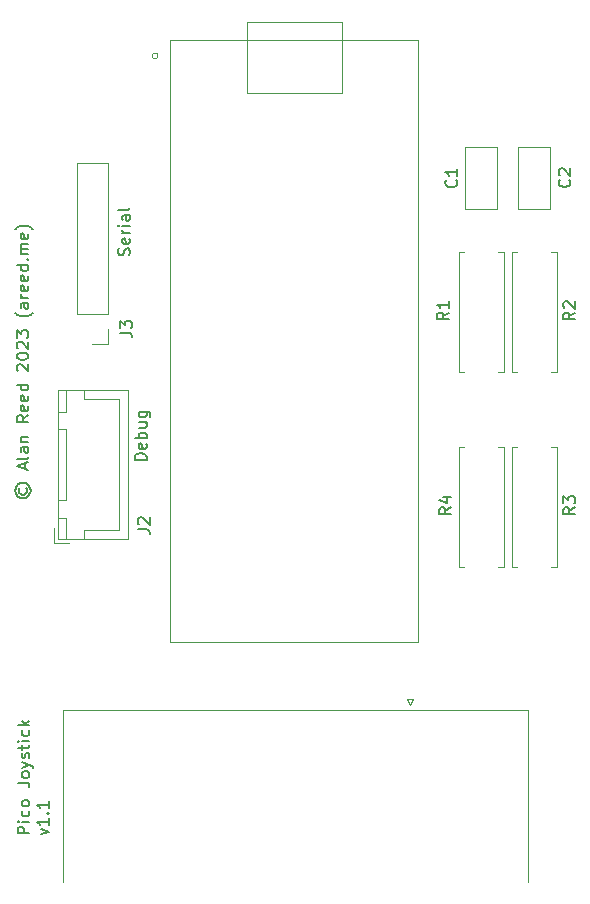
<source format=gbr>
%TF.GenerationSoftware,KiCad,Pcbnew,7.0.1*%
%TF.CreationDate,2023-05-02T22:09:15+01:00*%
%TF.ProjectId,pico-joystick,7069636f-2d6a-46f7-9973-7469636b2e6b,rev?*%
%TF.SameCoordinates,Original*%
%TF.FileFunction,Legend,Top*%
%TF.FilePolarity,Positive*%
%FSLAX46Y46*%
G04 Gerber Fmt 4.6, Leading zero omitted, Abs format (unit mm)*
G04 Created by KiCad (PCBNEW 7.0.1) date 2023-05-02 22:09:15*
%MOMM*%
%LPD*%
G01*
G04 APERTURE LIST*
%ADD10C,0.150000*%
%ADD11C,0.120000*%
%ADD12C,0.100000*%
G04 APERTURE END LIST*
D10*
X129015714Y-98752380D02*
X128968095Y-98847619D01*
X128968095Y-98847619D02*
X128968095Y-99038095D01*
X128968095Y-99038095D02*
X129015714Y-99133333D01*
X129015714Y-99133333D02*
X129110952Y-99228571D01*
X129110952Y-99228571D02*
X129206190Y-99276190D01*
X129206190Y-99276190D02*
X129396666Y-99276190D01*
X129396666Y-99276190D02*
X129491904Y-99228571D01*
X129491904Y-99228571D02*
X129587142Y-99133333D01*
X129587142Y-99133333D02*
X129634761Y-99038095D01*
X129634761Y-99038095D02*
X129634761Y-98847619D01*
X129634761Y-98847619D02*
X129587142Y-98752380D01*
X128634761Y-98942857D02*
X128682380Y-99180952D01*
X128682380Y-99180952D02*
X128825238Y-99419047D01*
X128825238Y-99419047D02*
X129063333Y-99561904D01*
X129063333Y-99561904D02*
X129301428Y-99609523D01*
X129301428Y-99609523D02*
X129539523Y-99561904D01*
X129539523Y-99561904D02*
X129777619Y-99419047D01*
X129777619Y-99419047D02*
X129920476Y-99180952D01*
X129920476Y-99180952D02*
X129968095Y-98942857D01*
X129968095Y-98942857D02*
X129920476Y-98704761D01*
X129920476Y-98704761D02*
X129777619Y-98466666D01*
X129777619Y-98466666D02*
X129539523Y-98323809D01*
X129539523Y-98323809D02*
X129301428Y-98276190D01*
X129301428Y-98276190D02*
X129063333Y-98323809D01*
X129063333Y-98323809D02*
X128825238Y-98466666D01*
X128825238Y-98466666D02*
X128682380Y-98704761D01*
X128682380Y-98704761D02*
X128634761Y-98942857D01*
X129491904Y-97133332D02*
X129491904Y-96657142D01*
X129777619Y-97228570D02*
X128777619Y-96895237D01*
X128777619Y-96895237D02*
X129777619Y-96561904D01*
X129777619Y-96085713D02*
X129730000Y-96180951D01*
X129730000Y-96180951D02*
X129634761Y-96228570D01*
X129634761Y-96228570D02*
X128777619Y-96228570D01*
X129777619Y-95276189D02*
X129253809Y-95276189D01*
X129253809Y-95276189D02*
X129158571Y-95323808D01*
X129158571Y-95323808D02*
X129110952Y-95419046D01*
X129110952Y-95419046D02*
X129110952Y-95609522D01*
X129110952Y-95609522D02*
X129158571Y-95704760D01*
X129730000Y-95276189D02*
X129777619Y-95371427D01*
X129777619Y-95371427D02*
X129777619Y-95609522D01*
X129777619Y-95609522D02*
X129730000Y-95704760D01*
X129730000Y-95704760D02*
X129634761Y-95752379D01*
X129634761Y-95752379D02*
X129539523Y-95752379D01*
X129539523Y-95752379D02*
X129444285Y-95704760D01*
X129444285Y-95704760D02*
X129396666Y-95609522D01*
X129396666Y-95609522D02*
X129396666Y-95371427D01*
X129396666Y-95371427D02*
X129349047Y-95276189D01*
X129110952Y-94799998D02*
X129777619Y-94799998D01*
X129206190Y-94799998D02*
X129158571Y-94752379D01*
X129158571Y-94752379D02*
X129110952Y-94657141D01*
X129110952Y-94657141D02*
X129110952Y-94514284D01*
X129110952Y-94514284D02*
X129158571Y-94419046D01*
X129158571Y-94419046D02*
X129253809Y-94371427D01*
X129253809Y-94371427D02*
X129777619Y-94371427D01*
X129777619Y-92561903D02*
X129301428Y-92895236D01*
X129777619Y-93133331D02*
X128777619Y-93133331D01*
X128777619Y-93133331D02*
X128777619Y-92752379D01*
X128777619Y-92752379D02*
X128825238Y-92657141D01*
X128825238Y-92657141D02*
X128872857Y-92609522D01*
X128872857Y-92609522D02*
X128968095Y-92561903D01*
X128968095Y-92561903D02*
X129110952Y-92561903D01*
X129110952Y-92561903D02*
X129206190Y-92609522D01*
X129206190Y-92609522D02*
X129253809Y-92657141D01*
X129253809Y-92657141D02*
X129301428Y-92752379D01*
X129301428Y-92752379D02*
X129301428Y-93133331D01*
X129730000Y-91752379D02*
X129777619Y-91847617D01*
X129777619Y-91847617D02*
X129777619Y-92038093D01*
X129777619Y-92038093D02*
X129730000Y-92133331D01*
X129730000Y-92133331D02*
X129634761Y-92180950D01*
X129634761Y-92180950D02*
X129253809Y-92180950D01*
X129253809Y-92180950D02*
X129158571Y-92133331D01*
X129158571Y-92133331D02*
X129110952Y-92038093D01*
X129110952Y-92038093D02*
X129110952Y-91847617D01*
X129110952Y-91847617D02*
X129158571Y-91752379D01*
X129158571Y-91752379D02*
X129253809Y-91704760D01*
X129253809Y-91704760D02*
X129349047Y-91704760D01*
X129349047Y-91704760D02*
X129444285Y-92180950D01*
X129730000Y-90895236D02*
X129777619Y-90990474D01*
X129777619Y-90990474D02*
X129777619Y-91180950D01*
X129777619Y-91180950D02*
X129730000Y-91276188D01*
X129730000Y-91276188D02*
X129634761Y-91323807D01*
X129634761Y-91323807D02*
X129253809Y-91323807D01*
X129253809Y-91323807D02*
X129158571Y-91276188D01*
X129158571Y-91276188D02*
X129110952Y-91180950D01*
X129110952Y-91180950D02*
X129110952Y-90990474D01*
X129110952Y-90990474D02*
X129158571Y-90895236D01*
X129158571Y-90895236D02*
X129253809Y-90847617D01*
X129253809Y-90847617D02*
X129349047Y-90847617D01*
X129349047Y-90847617D02*
X129444285Y-91323807D01*
X129777619Y-89990474D02*
X128777619Y-89990474D01*
X129730000Y-89990474D02*
X129777619Y-90085712D01*
X129777619Y-90085712D02*
X129777619Y-90276188D01*
X129777619Y-90276188D02*
X129730000Y-90371426D01*
X129730000Y-90371426D02*
X129682380Y-90419045D01*
X129682380Y-90419045D02*
X129587142Y-90466664D01*
X129587142Y-90466664D02*
X129301428Y-90466664D01*
X129301428Y-90466664D02*
X129206190Y-90419045D01*
X129206190Y-90419045D02*
X129158571Y-90371426D01*
X129158571Y-90371426D02*
X129110952Y-90276188D01*
X129110952Y-90276188D02*
X129110952Y-90085712D01*
X129110952Y-90085712D02*
X129158571Y-89990474D01*
X128872857Y-88799997D02*
X128825238Y-88752378D01*
X128825238Y-88752378D02*
X128777619Y-88657140D01*
X128777619Y-88657140D02*
X128777619Y-88419045D01*
X128777619Y-88419045D02*
X128825238Y-88323807D01*
X128825238Y-88323807D02*
X128872857Y-88276188D01*
X128872857Y-88276188D02*
X128968095Y-88228569D01*
X128968095Y-88228569D02*
X129063333Y-88228569D01*
X129063333Y-88228569D02*
X129206190Y-88276188D01*
X129206190Y-88276188D02*
X129777619Y-88847616D01*
X129777619Y-88847616D02*
X129777619Y-88228569D01*
X128777619Y-87609521D02*
X128777619Y-87514283D01*
X128777619Y-87514283D02*
X128825238Y-87419045D01*
X128825238Y-87419045D02*
X128872857Y-87371426D01*
X128872857Y-87371426D02*
X128968095Y-87323807D01*
X128968095Y-87323807D02*
X129158571Y-87276188D01*
X129158571Y-87276188D02*
X129396666Y-87276188D01*
X129396666Y-87276188D02*
X129587142Y-87323807D01*
X129587142Y-87323807D02*
X129682380Y-87371426D01*
X129682380Y-87371426D02*
X129730000Y-87419045D01*
X129730000Y-87419045D02*
X129777619Y-87514283D01*
X129777619Y-87514283D02*
X129777619Y-87609521D01*
X129777619Y-87609521D02*
X129730000Y-87704759D01*
X129730000Y-87704759D02*
X129682380Y-87752378D01*
X129682380Y-87752378D02*
X129587142Y-87799997D01*
X129587142Y-87799997D02*
X129396666Y-87847616D01*
X129396666Y-87847616D02*
X129158571Y-87847616D01*
X129158571Y-87847616D02*
X128968095Y-87799997D01*
X128968095Y-87799997D02*
X128872857Y-87752378D01*
X128872857Y-87752378D02*
X128825238Y-87704759D01*
X128825238Y-87704759D02*
X128777619Y-87609521D01*
X128872857Y-86895235D02*
X128825238Y-86847616D01*
X128825238Y-86847616D02*
X128777619Y-86752378D01*
X128777619Y-86752378D02*
X128777619Y-86514283D01*
X128777619Y-86514283D02*
X128825238Y-86419045D01*
X128825238Y-86419045D02*
X128872857Y-86371426D01*
X128872857Y-86371426D02*
X128968095Y-86323807D01*
X128968095Y-86323807D02*
X129063333Y-86323807D01*
X129063333Y-86323807D02*
X129206190Y-86371426D01*
X129206190Y-86371426D02*
X129777619Y-86942854D01*
X129777619Y-86942854D02*
X129777619Y-86323807D01*
X128777619Y-85990473D02*
X128777619Y-85371426D01*
X128777619Y-85371426D02*
X129158571Y-85704759D01*
X129158571Y-85704759D02*
X129158571Y-85561902D01*
X129158571Y-85561902D02*
X129206190Y-85466664D01*
X129206190Y-85466664D02*
X129253809Y-85419045D01*
X129253809Y-85419045D02*
X129349047Y-85371426D01*
X129349047Y-85371426D02*
X129587142Y-85371426D01*
X129587142Y-85371426D02*
X129682380Y-85419045D01*
X129682380Y-85419045D02*
X129730000Y-85466664D01*
X129730000Y-85466664D02*
X129777619Y-85561902D01*
X129777619Y-85561902D02*
X129777619Y-85847616D01*
X129777619Y-85847616D02*
X129730000Y-85942854D01*
X129730000Y-85942854D02*
X129682380Y-85990473D01*
X130158571Y-83895235D02*
X130110952Y-83942854D01*
X130110952Y-83942854D02*
X129968095Y-84038092D01*
X129968095Y-84038092D02*
X129872857Y-84085711D01*
X129872857Y-84085711D02*
X129730000Y-84133330D01*
X129730000Y-84133330D02*
X129491904Y-84180949D01*
X129491904Y-84180949D02*
X129301428Y-84180949D01*
X129301428Y-84180949D02*
X129063333Y-84133330D01*
X129063333Y-84133330D02*
X128920476Y-84085711D01*
X128920476Y-84085711D02*
X128825238Y-84038092D01*
X128825238Y-84038092D02*
X128682380Y-83942854D01*
X128682380Y-83942854D02*
X128634761Y-83895235D01*
X129777619Y-83085711D02*
X129253809Y-83085711D01*
X129253809Y-83085711D02*
X129158571Y-83133330D01*
X129158571Y-83133330D02*
X129110952Y-83228568D01*
X129110952Y-83228568D02*
X129110952Y-83419044D01*
X129110952Y-83419044D02*
X129158571Y-83514282D01*
X129730000Y-83085711D02*
X129777619Y-83180949D01*
X129777619Y-83180949D02*
X129777619Y-83419044D01*
X129777619Y-83419044D02*
X129730000Y-83514282D01*
X129730000Y-83514282D02*
X129634761Y-83561901D01*
X129634761Y-83561901D02*
X129539523Y-83561901D01*
X129539523Y-83561901D02*
X129444285Y-83514282D01*
X129444285Y-83514282D02*
X129396666Y-83419044D01*
X129396666Y-83419044D02*
X129396666Y-83180949D01*
X129396666Y-83180949D02*
X129349047Y-83085711D01*
X129777619Y-82609520D02*
X129110952Y-82609520D01*
X129301428Y-82609520D02*
X129206190Y-82561901D01*
X129206190Y-82561901D02*
X129158571Y-82514282D01*
X129158571Y-82514282D02*
X129110952Y-82419044D01*
X129110952Y-82419044D02*
X129110952Y-82323806D01*
X129730000Y-81609520D02*
X129777619Y-81704758D01*
X129777619Y-81704758D02*
X129777619Y-81895234D01*
X129777619Y-81895234D02*
X129730000Y-81990472D01*
X129730000Y-81990472D02*
X129634761Y-82038091D01*
X129634761Y-82038091D02*
X129253809Y-82038091D01*
X129253809Y-82038091D02*
X129158571Y-81990472D01*
X129158571Y-81990472D02*
X129110952Y-81895234D01*
X129110952Y-81895234D02*
X129110952Y-81704758D01*
X129110952Y-81704758D02*
X129158571Y-81609520D01*
X129158571Y-81609520D02*
X129253809Y-81561901D01*
X129253809Y-81561901D02*
X129349047Y-81561901D01*
X129349047Y-81561901D02*
X129444285Y-82038091D01*
X129730000Y-80752377D02*
X129777619Y-80847615D01*
X129777619Y-80847615D02*
X129777619Y-81038091D01*
X129777619Y-81038091D02*
X129730000Y-81133329D01*
X129730000Y-81133329D02*
X129634761Y-81180948D01*
X129634761Y-81180948D02*
X129253809Y-81180948D01*
X129253809Y-81180948D02*
X129158571Y-81133329D01*
X129158571Y-81133329D02*
X129110952Y-81038091D01*
X129110952Y-81038091D02*
X129110952Y-80847615D01*
X129110952Y-80847615D02*
X129158571Y-80752377D01*
X129158571Y-80752377D02*
X129253809Y-80704758D01*
X129253809Y-80704758D02*
X129349047Y-80704758D01*
X129349047Y-80704758D02*
X129444285Y-81180948D01*
X129777619Y-79847615D02*
X128777619Y-79847615D01*
X129730000Y-79847615D02*
X129777619Y-79942853D01*
X129777619Y-79942853D02*
X129777619Y-80133329D01*
X129777619Y-80133329D02*
X129730000Y-80228567D01*
X129730000Y-80228567D02*
X129682380Y-80276186D01*
X129682380Y-80276186D02*
X129587142Y-80323805D01*
X129587142Y-80323805D02*
X129301428Y-80323805D01*
X129301428Y-80323805D02*
X129206190Y-80276186D01*
X129206190Y-80276186D02*
X129158571Y-80228567D01*
X129158571Y-80228567D02*
X129110952Y-80133329D01*
X129110952Y-80133329D02*
X129110952Y-79942853D01*
X129110952Y-79942853D02*
X129158571Y-79847615D01*
X129682380Y-79371424D02*
X129730000Y-79323805D01*
X129730000Y-79323805D02*
X129777619Y-79371424D01*
X129777619Y-79371424D02*
X129730000Y-79419043D01*
X129730000Y-79419043D02*
X129682380Y-79371424D01*
X129682380Y-79371424D02*
X129777619Y-79371424D01*
X129777619Y-78895234D02*
X129110952Y-78895234D01*
X129206190Y-78895234D02*
X129158571Y-78847615D01*
X129158571Y-78847615D02*
X129110952Y-78752377D01*
X129110952Y-78752377D02*
X129110952Y-78609520D01*
X129110952Y-78609520D02*
X129158571Y-78514282D01*
X129158571Y-78514282D02*
X129253809Y-78466663D01*
X129253809Y-78466663D02*
X129777619Y-78466663D01*
X129253809Y-78466663D02*
X129158571Y-78419044D01*
X129158571Y-78419044D02*
X129110952Y-78323806D01*
X129110952Y-78323806D02*
X129110952Y-78180949D01*
X129110952Y-78180949D02*
X129158571Y-78085710D01*
X129158571Y-78085710D02*
X129253809Y-78038091D01*
X129253809Y-78038091D02*
X129777619Y-78038091D01*
X129730000Y-77180949D02*
X129777619Y-77276187D01*
X129777619Y-77276187D02*
X129777619Y-77466663D01*
X129777619Y-77466663D02*
X129730000Y-77561901D01*
X129730000Y-77561901D02*
X129634761Y-77609520D01*
X129634761Y-77609520D02*
X129253809Y-77609520D01*
X129253809Y-77609520D02*
X129158571Y-77561901D01*
X129158571Y-77561901D02*
X129110952Y-77466663D01*
X129110952Y-77466663D02*
X129110952Y-77276187D01*
X129110952Y-77276187D02*
X129158571Y-77180949D01*
X129158571Y-77180949D02*
X129253809Y-77133330D01*
X129253809Y-77133330D02*
X129349047Y-77133330D01*
X129349047Y-77133330D02*
X129444285Y-77609520D01*
X130158571Y-76799996D02*
X130110952Y-76752377D01*
X130110952Y-76752377D02*
X129968095Y-76657139D01*
X129968095Y-76657139D02*
X129872857Y-76609520D01*
X129872857Y-76609520D02*
X129730000Y-76561901D01*
X129730000Y-76561901D02*
X129491904Y-76514282D01*
X129491904Y-76514282D02*
X129301428Y-76514282D01*
X129301428Y-76514282D02*
X129063333Y-76561901D01*
X129063333Y-76561901D02*
X128920476Y-76609520D01*
X128920476Y-76609520D02*
X128825238Y-76657139D01*
X128825238Y-76657139D02*
X128682380Y-76752377D01*
X128682380Y-76752377D02*
X128634761Y-76799996D01*
X139777619Y-96361904D02*
X138777619Y-96361904D01*
X138777619Y-96361904D02*
X138777619Y-96123809D01*
X138777619Y-96123809D02*
X138825238Y-95980952D01*
X138825238Y-95980952D02*
X138920476Y-95885714D01*
X138920476Y-95885714D02*
X139015714Y-95838095D01*
X139015714Y-95838095D02*
X139206190Y-95790476D01*
X139206190Y-95790476D02*
X139349047Y-95790476D01*
X139349047Y-95790476D02*
X139539523Y-95838095D01*
X139539523Y-95838095D02*
X139634761Y-95885714D01*
X139634761Y-95885714D02*
X139730000Y-95980952D01*
X139730000Y-95980952D02*
X139777619Y-96123809D01*
X139777619Y-96123809D02*
X139777619Y-96361904D01*
X139730000Y-94980952D02*
X139777619Y-95076190D01*
X139777619Y-95076190D02*
X139777619Y-95266666D01*
X139777619Y-95266666D02*
X139730000Y-95361904D01*
X139730000Y-95361904D02*
X139634761Y-95409523D01*
X139634761Y-95409523D02*
X139253809Y-95409523D01*
X139253809Y-95409523D02*
X139158571Y-95361904D01*
X139158571Y-95361904D02*
X139110952Y-95266666D01*
X139110952Y-95266666D02*
X139110952Y-95076190D01*
X139110952Y-95076190D02*
X139158571Y-94980952D01*
X139158571Y-94980952D02*
X139253809Y-94933333D01*
X139253809Y-94933333D02*
X139349047Y-94933333D01*
X139349047Y-94933333D02*
X139444285Y-95409523D01*
X139777619Y-94504761D02*
X138777619Y-94504761D01*
X139158571Y-94504761D02*
X139110952Y-94409523D01*
X139110952Y-94409523D02*
X139110952Y-94219047D01*
X139110952Y-94219047D02*
X139158571Y-94123809D01*
X139158571Y-94123809D02*
X139206190Y-94076190D01*
X139206190Y-94076190D02*
X139301428Y-94028571D01*
X139301428Y-94028571D02*
X139587142Y-94028571D01*
X139587142Y-94028571D02*
X139682380Y-94076190D01*
X139682380Y-94076190D02*
X139730000Y-94123809D01*
X139730000Y-94123809D02*
X139777619Y-94219047D01*
X139777619Y-94219047D02*
X139777619Y-94409523D01*
X139777619Y-94409523D02*
X139730000Y-94504761D01*
X139110952Y-93171428D02*
X139777619Y-93171428D01*
X139110952Y-93599999D02*
X139634761Y-93599999D01*
X139634761Y-93599999D02*
X139730000Y-93552380D01*
X139730000Y-93552380D02*
X139777619Y-93457142D01*
X139777619Y-93457142D02*
X139777619Y-93314285D01*
X139777619Y-93314285D02*
X139730000Y-93219047D01*
X139730000Y-93219047D02*
X139682380Y-93171428D01*
X139110952Y-92266666D02*
X139920476Y-92266666D01*
X139920476Y-92266666D02*
X140015714Y-92314285D01*
X140015714Y-92314285D02*
X140063333Y-92361904D01*
X140063333Y-92361904D02*
X140110952Y-92457142D01*
X140110952Y-92457142D02*
X140110952Y-92599999D01*
X140110952Y-92599999D02*
X140063333Y-92695237D01*
X139730000Y-92266666D02*
X139777619Y-92361904D01*
X139777619Y-92361904D02*
X139777619Y-92552380D01*
X139777619Y-92552380D02*
X139730000Y-92647618D01*
X139730000Y-92647618D02*
X139682380Y-92695237D01*
X139682380Y-92695237D02*
X139587142Y-92742856D01*
X139587142Y-92742856D02*
X139301428Y-92742856D01*
X139301428Y-92742856D02*
X139206190Y-92695237D01*
X139206190Y-92695237D02*
X139158571Y-92647618D01*
X139158571Y-92647618D02*
X139110952Y-92552380D01*
X139110952Y-92552380D02*
X139110952Y-92361904D01*
X139110952Y-92361904D02*
X139158571Y-92266666D01*
X129857619Y-127961904D02*
X128857619Y-127961904D01*
X128857619Y-127961904D02*
X128857619Y-127580952D01*
X128857619Y-127580952D02*
X128905238Y-127485714D01*
X128905238Y-127485714D02*
X128952857Y-127438095D01*
X128952857Y-127438095D02*
X129048095Y-127390476D01*
X129048095Y-127390476D02*
X129190952Y-127390476D01*
X129190952Y-127390476D02*
X129286190Y-127438095D01*
X129286190Y-127438095D02*
X129333809Y-127485714D01*
X129333809Y-127485714D02*
X129381428Y-127580952D01*
X129381428Y-127580952D02*
X129381428Y-127961904D01*
X129857619Y-126961904D02*
X129190952Y-126961904D01*
X128857619Y-126961904D02*
X128905238Y-127009523D01*
X128905238Y-127009523D02*
X128952857Y-126961904D01*
X128952857Y-126961904D02*
X128905238Y-126914285D01*
X128905238Y-126914285D02*
X128857619Y-126961904D01*
X128857619Y-126961904D02*
X128952857Y-126961904D01*
X129810000Y-126057143D02*
X129857619Y-126152381D01*
X129857619Y-126152381D02*
X129857619Y-126342857D01*
X129857619Y-126342857D02*
X129810000Y-126438095D01*
X129810000Y-126438095D02*
X129762380Y-126485714D01*
X129762380Y-126485714D02*
X129667142Y-126533333D01*
X129667142Y-126533333D02*
X129381428Y-126533333D01*
X129381428Y-126533333D02*
X129286190Y-126485714D01*
X129286190Y-126485714D02*
X129238571Y-126438095D01*
X129238571Y-126438095D02*
X129190952Y-126342857D01*
X129190952Y-126342857D02*
X129190952Y-126152381D01*
X129190952Y-126152381D02*
X129238571Y-126057143D01*
X129857619Y-125485714D02*
X129810000Y-125580952D01*
X129810000Y-125580952D02*
X129762380Y-125628571D01*
X129762380Y-125628571D02*
X129667142Y-125676190D01*
X129667142Y-125676190D02*
X129381428Y-125676190D01*
X129381428Y-125676190D02*
X129286190Y-125628571D01*
X129286190Y-125628571D02*
X129238571Y-125580952D01*
X129238571Y-125580952D02*
X129190952Y-125485714D01*
X129190952Y-125485714D02*
X129190952Y-125342857D01*
X129190952Y-125342857D02*
X129238571Y-125247619D01*
X129238571Y-125247619D02*
X129286190Y-125200000D01*
X129286190Y-125200000D02*
X129381428Y-125152381D01*
X129381428Y-125152381D02*
X129667142Y-125152381D01*
X129667142Y-125152381D02*
X129762380Y-125200000D01*
X129762380Y-125200000D02*
X129810000Y-125247619D01*
X129810000Y-125247619D02*
X129857619Y-125342857D01*
X129857619Y-125342857D02*
X129857619Y-125485714D01*
X128857619Y-123676190D02*
X129571904Y-123676190D01*
X129571904Y-123676190D02*
X129714761Y-123723809D01*
X129714761Y-123723809D02*
X129810000Y-123819047D01*
X129810000Y-123819047D02*
X129857619Y-123961904D01*
X129857619Y-123961904D02*
X129857619Y-124057142D01*
X129857619Y-123057142D02*
X129810000Y-123152380D01*
X129810000Y-123152380D02*
X129762380Y-123199999D01*
X129762380Y-123199999D02*
X129667142Y-123247618D01*
X129667142Y-123247618D02*
X129381428Y-123247618D01*
X129381428Y-123247618D02*
X129286190Y-123199999D01*
X129286190Y-123199999D02*
X129238571Y-123152380D01*
X129238571Y-123152380D02*
X129190952Y-123057142D01*
X129190952Y-123057142D02*
X129190952Y-122914285D01*
X129190952Y-122914285D02*
X129238571Y-122819047D01*
X129238571Y-122819047D02*
X129286190Y-122771428D01*
X129286190Y-122771428D02*
X129381428Y-122723809D01*
X129381428Y-122723809D02*
X129667142Y-122723809D01*
X129667142Y-122723809D02*
X129762380Y-122771428D01*
X129762380Y-122771428D02*
X129810000Y-122819047D01*
X129810000Y-122819047D02*
X129857619Y-122914285D01*
X129857619Y-122914285D02*
X129857619Y-123057142D01*
X129190952Y-122390475D02*
X129857619Y-122152380D01*
X129190952Y-121914285D02*
X129857619Y-122152380D01*
X129857619Y-122152380D02*
X130095714Y-122247618D01*
X130095714Y-122247618D02*
X130143333Y-122295237D01*
X130143333Y-122295237D02*
X130190952Y-122390475D01*
X129810000Y-121580951D02*
X129857619Y-121485713D01*
X129857619Y-121485713D02*
X129857619Y-121295237D01*
X129857619Y-121295237D02*
X129810000Y-121199999D01*
X129810000Y-121199999D02*
X129714761Y-121152380D01*
X129714761Y-121152380D02*
X129667142Y-121152380D01*
X129667142Y-121152380D02*
X129571904Y-121199999D01*
X129571904Y-121199999D02*
X129524285Y-121295237D01*
X129524285Y-121295237D02*
X129524285Y-121438094D01*
X129524285Y-121438094D02*
X129476666Y-121533332D01*
X129476666Y-121533332D02*
X129381428Y-121580951D01*
X129381428Y-121580951D02*
X129333809Y-121580951D01*
X129333809Y-121580951D02*
X129238571Y-121533332D01*
X129238571Y-121533332D02*
X129190952Y-121438094D01*
X129190952Y-121438094D02*
X129190952Y-121295237D01*
X129190952Y-121295237D02*
X129238571Y-121199999D01*
X129190952Y-120866665D02*
X129190952Y-120485713D01*
X128857619Y-120723808D02*
X129714761Y-120723808D01*
X129714761Y-120723808D02*
X129810000Y-120676189D01*
X129810000Y-120676189D02*
X129857619Y-120580951D01*
X129857619Y-120580951D02*
X129857619Y-120485713D01*
X129857619Y-120152379D02*
X129190952Y-120152379D01*
X128857619Y-120152379D02*
X128905238Y-120199998D01*
X128905238Y-120199998D02*
X128952857Y-120152379D01*
X128952857Y-120152379D02*
X128905238Y-120104760D01*
X128905238Y-120104760D02*
X128857619Y-120152379D01*
X128857619Y-120152379D02*
X128952857Y-120152379D01*
X129810000Y-119247618D02*
X129857619Y-119342856D01*
X129857619Y-119342856D02*
X129857619Y-119533332D01*
X129857619Y-119533332D02*
X129810000Y-119628570D01*
X129810000Y-119628570D02*
X129762380Y-119676189D01*
X129762380Y-119676189D02*
X129667142Y-119723808D01*
X129667142Y-119723808D02*
X129381428Y-119723808D01*
X129381428Y-119723808D02*
X129286190Y-119676189D01*
X129286190Y-119676189D02*
X129238571Y-119628570D01*
X129238571Y-119628570D02*
X129190952Y-119533332D01*
X129190952Y-119533332D02*
X129190952Y-119342856D01*
X129190952Y-119342856D02*
X129238571Y-119247618D01*
X129857619Y-118819046D02*
X128857619Y-118819046D01*
X129476666Y-118723808D02*
X129857619Y-118438094D01*
X129190952Y-118438094D02*
X129571904Y-118819046D01*
X130810952Y-128057142D02*
X131477619Y-127819047D01*
X131477619Y-127819047D02*
X130810952Y-127580952D01*
X131477619Y-126676190D02*
X131477619Y-127247618D01*
X131477619Y-126961904D02*
X130477619Y-126961904D01*
X130477619Y-126961904D02*
X130620476Y-127057142D01*
X130620476Y-127057142D02*
X130715714Y-127152380D01*
X130715714Y-127152380D02*
X130763333Y-127247618D01*
X131382380Y-126247618D02*
X131430000Y-126199999D01*
X131430000Y-126199999D02*
X131477619Y-126247618D01*
X131477619Y-126247618D02*
X131430000Y-126295237D01*
X131430000Y-126295237D02*
X131382380Y-126247618D01*
X131382380Y-126247618D02*
X131477619Y-126247618D01*
X131477619Y-125247619D02*
X131477619Y-125819047D01*
X131477619Y-125533333D02*
X130477619Y-125533333D01*
X130477619Y-125533333D02*
X130620476Y-125628571D01*
X130620476Y-125628571D02*
X130715714Y-125723809D01*
X130715714Y-125723809D02*
X130763333Y-125819047D01*
X138330000Y-79009523D02*
X138377619Y-78866666D01*
X138377619Y-78866666D02*
X138377619Y-78628571D01*
X138377619Y-78628571D02*
X138330000Y-78533333D01*
X138330000Y-78533333D02*
X138282380Y-78485714D01*
X138282380Y-78485714D02*
X138187142Y-78438095D01*
X138187142Y-78438095D02*
X138091904Y-78438095D01*
X138091904Y-78438095D02*
X137996666Y-78485714D01*
X137996666Y-78485714D02*
X137949047Y-78533333D01*
X137949047Y-78533333D02*
X137901428Y-78628571D01*
X137901428Y-78628571D02*
X137853809Y-78819047D01*
X137853809Y-78819047D02*
X137806190Y-78914285D01*
X137806190Y-78914285D02*
X137758571Y-78961904D01*
X137758571Y-78961904D02*
X137663333Y-79009523D01*
X137663333Y-79009523D02*
X137568095Y-79009523D01*
X137568095Y-79009523D02*
X137472857Y-78961904D01*
X137472857Y-78961904D02*
X137425238Y-78914285D01*
X137425238Y-78914285D02*
X137377619Y-78819047D01*
X137377619Y-78819047D02*
X137377619Y-78580952D01*
X137377619Y-78580952D02*
X137425238Y-78438095D01*
X138330000Y-77628571D02*
X138377619Y-77723809D01*
X138377619Y-77723809D02*
X138377619Y-77914285D01*
X138377619Y-77914285D02*
X138330000Y-78009523D01*
X138330000Y-78009523D02*
X138234761Y-78057142D01*
X138234761Y-78057142D02*
X137853809Y-78057142D01*
X137853809Y-78057142D02*
X137758571Y-78009523D01*
X137758571Y-78009523D02*
X137710952Y-77914285D01*
X137710952Y-77914285D02*
X137710952Y-77723809D01*
X137710952Y-77723809D02*
X137758571Y-77628571D01*
X137758571Y-77628571D02*
X137853809Y-77580952D01*
X137853809Y-77580952D02*
X137949047Y-77580952D01*
X137949047Y-77580952D02*
X138044285Y-78057142D01*
X138377619Y-77152380D02*
X137710952Y-77152380D01*
X137901428Y-77152380D02*
X137806190Y-77104761D01*
X137806190Y-77104761D02*
X137758571Y-77057142D01*
X137758571Y-77057142D02*
X137710952Y-76961904D01*
X137710952Y-76961904D02*
X137710952Y-76866666D01*
X138377619Y-76533332D02*
X137710952Y-76533332D01*
X137377619Y-76533332D02*
X137425238Y-76580951D01*
X137425238Y-76580951D02*
X137472857Y-76533332D01*
X137472857Y-76533332D02*
X137425238Y-76485713D01*
X137425238Y-76485713D02*
X137377619Y-76533332D01*
X137377619Y-76533332D02*
X137472857Y-76533332D01*
X138377619Y-75628571D02*
X137853809Y-75628571D01*
X137853809Y-75628571D02*
X137758571Y-75676190D01*
X137758571Y-75676190D02*
X137710952Y-75771428D01*
X137710952Y-75771428D02*
X137710952Y-75961904D01*
X137710952Y-75961904D02*
X137758571Y-76057142D01*
X138330000Y-75628571D02*
X138377619Y-75723809D01*
X138377619Y-75723809D02*
X138377619Y-75961904D01*
X138377619Y-75961904D02*
X138330000Y-76057142D01*
X138330000Y-76057142D02*
X138234761Y-76104761D01*
X138234761Y-76104761D02*
X138139523Y-76104761D01*
X138139523Y-76104761D02*
X138044285Y-76057142D01*
X138044285Y-76057142D02*
X137996666Y-75961904D01*
X137996666Y-75961904D02*
X137996666Y-75723809D01*
X137996666Y-75723809D02*
X137949047Y-75628571D01*
X138377619Y-75009523D02*
X138330000Y-75104761D01*
X138330000Y-75104761D02*
X138234761Y-75152380D01*
X138234761Y-75152380D02*
X137377619Y-75152380D01*
%TO.C,R3*%
X176062619Y-100366666D02*
X175586428Y-100699999D01*
X176062619Y-100938094D02*
X175062619Y-100938094D01*
X175062619Y-100938094D02*
X175062619Y-100557142D01*
X175062619Y-100557142D02*
X175110238Y-100461904D01*
X175110238Y-100461904D02*
X175157857Y-100414285D01*
X175157857Y-100414285D02*
X175253095Y-100366666D01*
X175253095Y-100366666D02*
X175395952Y-100366666D01*
X175395952Y-100366666D02*
X175491190Y-100414285D01*
X175491190Y-100414285D02*
X175538809Y-100461904D01*
X175538809Y-100461904D02*
X175586428Y-100557142D01*
X175586428Y-100557142D02*
X175586428Y-100938094D01*
X175062619Y-100033332D02*
X175062619Y-99414285D01*
X175062619Y-99414285D02*
X175443571Y-99747618D01*
X175443571Y-99747618D02*
X175443571Y-99604761D01*
X175443571Y-99604761D02*
X175491190Y-99509523D01*
X175491190Y-99509523D02*
X175538809Y-99461904D01*
X175538809Y-99461904D02*
X175634047Y-99414285D01*
X175634047Y-99414285D02*
X175872142Y-99414285D01*
X175872142Y-99414285D02*
X175967380Y-99461904D01*
X175967380Y-99461904D02*
X176015000Y-99509523D01*
X176015000Y-99509523D02*
X176062619Y-99604761D01*
X176062619Y-99604761D02*
X176062619Y-99890475D01*
X176062619Y-99890475D02*
X176015000Y-99985713D01*
X176015000Y-99985713D02*
X175967380Y-100033332D01*
%TO.C,C2*%
X175567380Y-72616666D02*
X175615000Y-72664285D01*
X175615000Y-72664285D02*
X175662619Y-72807142D01*
X175662619Y-72807142D02*
X175662619Y-72902380D01*
X175662619Y-72902380D02*
X175615000Y-73045237D01*
X175615000Y-73045237D02*
X175519761Y-73140475D01*
X175519761Y-73140475D02*
X175424523Y-73188094D01*
X175424523Y-73188094D02*
X175234047Y-73235713D01*
X175234047Y-73235713D02*
X175091190Y-73235713D01*
X175091190Y-73235713D02*
X174900714Y-73188094D01*
X174900714Y-73188094D02*
X174805476Y-73140475D01*
X174805476Y-73140475D02*
X174710238Y-73045237D01*
X174710238Y-73045237D02*
X174662619Y-72902380D01*
X174662619Y-72902380D02*
X174662619Y-72807142D01*
X174662619Y-72807142D02*
X174710238Y-72664285D01*
X174710238Y-72664285D02*
X174757857Y-72616666D01*
X174757857Y-72235713D02*
X174710238Y-72188094D01*
X174710238Y-72188094D02*
X174662619Y-72092856D01*
X174662619Y-72092856D02*
X174662619Y-71854761D01*
X174662619Y-71854761D02*
X174710238Y-71759523D01*
X174710238Y-71759523D02*
X174757857Y-71711904D01*
X174757857Y-71711904D02*
X174853095Y-71664285D01*
X174853095Y-71664285D02*
X174948333Y-71664285D01*
X174948333Y-71664285D02*
X175091190Y-71711904D01*
X175091190Y-71711904D02*
X175662619Y-72283332D01*
X175662619Y-72283332D02*
X175662619Y-71664285D01*
%TO.C,C1*%
X165987380Y-72646666D02*
X166035000Y-72694285D01*
X166035000Y-72694285D02*
X166082619Y-72837142D01*
X166082619Y-72837142D02*
X166082619Y-72932380D01*
X166082619Y-72932380D02*
X166035000Y-73075237D01*
X166035000Y-73075237D02*
X165939761Y-73170475D01*
X165939761Y-73170475D02*
X165844523Y-73218094D01*
X165844523Y-73218094D02*
X165654047Y-73265713D01*
X165654047Y-73265713D02*
X165511190Y-73265713D01*
X165511190Y-73265713D02*
X165320714Y-73218094D01*
X165320714Y-73218094D02*
X165225476Y-73170475D01*
X165225476Y-73170475D02*
X165130238Y-73075237D01*
X165130238Y-73075237D02*
X165082619Y-72932380D01*
X165082619Y-72932380D02*
X165082619Y-72837142D01*
X165082619Y-72837142D02*
X165130238Y-72694285D01*
X165130238Y-72694285D02*
X165177857Y-72646666D01*
X166082619Y-71694285D02*
X166082619Y-72265713D01*
X166082619Y-71979999D02*
X165082619Y-71979999D01*
X165082619Y-71979999D02*
X165225476Y-72075237D01*
X165225476Y-72075237D02*
X165320714Y-72170475D01*
X165320714Y-72170475D02*
X165368333Y-72265713D01*
%TO.C,R1*%
X165362619Y-83866666D02*
X164886428Y-84199999D01*
X165362619Y-84438094D02*
X164362619Y-84438094D01*
X164362619Y-84438094D02*
X164362619Y-84057142D01*
X164362619Y-84057142D02*
X164410238Y-83961904D01*
X164410238Y-83961904D02*
X164457857Y-83914285D01*
X164457857Y-83914285D02*
X164553095Y-83866666D01*
X164553095Y-83866666D02*
X164695952Y-83866666D01*
X164695952Y-83866666D02*
X164791190Y-83914285D01*
X164791190Y-83914285D02*
X164838809Y-83961904D01*
X164838809Y-83961904D02*
X164886428Y-84057142D01*
X164886428Y-84057142D02*
X164886428Y-84438094D01*
X165362619Y-82914285D02*
X165362619Y-83485713D01*
X165362619Y-83199999D02*
X164362619Y-83199999D01*
X164362619Y-83199999D02*
X164505476Y-83295237D01*
X164505476Y-83295237D02*
X164600714Y-83390475D01*
X164600714Y-83390475D02*
X164648333Y-83485713D01*
%TO.C,R4*%
X165562619Y-100366666D02*
X165086428Y-100699999D01*
X165562619Y-100938094D02*
X164562619Y-100938094D01*
X164562619Y-100938094D02*
X164562619Y-100557142D01*
X164562619Y-100557142D02*
X164610238Y-100461904D01*
X164610238Y-100461904D02*
X164657857Y-100414285D01*
X164657857Y-100414285D02*
X164753095Y-100366666D01*
X164753095Y-100366666D02*
X164895952Y-100366666D01*
X164895952Y-100366666D02*
X164991190Y-100414285D01*
X164991190Y-100414285D02*
X165038809Y-100461904D01*
X165038809Y-100461904D02*
X165086428Y-100557142D01*
X165086428Y-100557142D02*
X165086428Y-100938094D01*
X164895952Y-99509523D02*
X165562619Y-99509523D01*
X164515000Y-99747618D02*
X165229285Y-99985713D01*
X165229285Y-99985713D02*
X165229285Y-99366666D01*
%TO.C,J2*%
X139042619Y-102213333D02*
X139756904Y-102213333D01*
X139756904Y-102213333D02*
X139899761Y-102260952D01*
X139899761Y-102260952D02*
X139995000Y-102356190D01*
X139995000Y-102356190D02*
X140042619Y-102499047D01*
X140042619Y-102499047D02*
X140042619Y-102594285D01*
X139137857Y-101784761D02*
X139090238Y-101737142D01*
X139090238Y-101737142D02*
X139042619Y-101641904D01*
X139042619Y-101641904D02*
X139042619Y-101403809D01*
X139042619Y-101403809D02*
X139090238Y-101308571D01*
X139090238Y-101308571D02*
X139137857Y-101260952D01*
X139137857Y-101260952D02*
X139233095Y-101213333D01*
X139233095Y-101213333D02*
X139328333Y-101213333D01*
X139328333Y-101213333D02*
X139471190Y-101260952D01*
X139471190Y-101260952D02*
X140042619Y-101832380D01*
X140042619Y-101832380D02*
X140042619Y-101213333D01*
%TO.C,J3*%
X137542619Y-85573333D02*
X138256904Y-85573333D01*
X138256904Y-85573333D02*
X138399761Y-85620952D01*
X138399761Y-85620952D02*
X138495000Y-85716190D01*
X138495000Y-85716190D02*
X138542619Y-85859047D01*
X138542619Y-85859047D02*
X138542619Y-85954285D01*
X137542619Y-85192380D02*
X137542619Y-84573333D01*
X137542619Y-84573333D02*
X137923571Y-84906666D01*
X137923571Y-84906666D02*
X137923571Y-84763809D01*
X137923571Y-84763809D02*
X137971190Y-84668571D01*
X137971190Y-84668571D02*
X138018809Y-84620952D01*
X138018809Y-84620952D02*
X138114047Y-84573333D01*
X138114047Y-84573333D02*
X138352142Y-84573333D01*
X138352142Y-84573333D02*
X138447380Y-84620952D01*
X138447380Y-84620952D02*
X138495000Y-84668571D01*
X138495000Y-84668571D02*
X138542619Y-84763809D01*
X138542619Y-84763809D02*
X138542619Y-85049523D01*
X138542619Y-85049523D02*
X138495000Y-85144761D01*
X138495000Y-85144761D02*
X138447380Y-85192380D01*
%TO.C,R2*%
X176062619Y-83866666D02*
X175586428Y-84199999D01*
X176062619Y-84438094D02*
X175062619Y-84438094D01*
X175062619Y-84438094D02*
X175062619Y-84057142D01*
X175062619Y-84057142D02*
X175110238Y-83961904D01*
X175110238Y-83961904D02*
X175157857Y-83914285D01*
X175157857Y-83914285D02*
X175253095Y-83866666D01*
X175253095Y-83866666D02*
X175395952Y-83866666D01*
X175395952Y-83866666D02*
X175491190Y-83914285D01*
X175491190Y-83914285D02*
X175538809Y-83961904D01*
X175538809Y-83961904D02*
X175586428Y-84057142D01*
X175586428Y-84057142D02*
X175586428Y-84438094D01*
X175157857Y-83485713D02*
X175110238Y-83438094D01*
X175110238Y-83438094D02*
X175062619Y-83342856D01*
X175062619Y-83342856D02*
X175062619Y-83104761D01*
X175062619Y-83104761D02*
X175110238Y-83009523D01*
X175110238Y-83009523D02*
X175157857Y-82961904D01*
X175157857Y-82961904D02*
X175253095Y-82914285D01*
X175253095Y-82914285D02*
X175348333Y-82914285D01*
X175348333Y-82914285D02*
X175491190Y-82961904D01*
X175491190Y-82961904D02*
X176062619Y-83533332D01*
X176062619Y-83533332D02*
X176062619Y-82914285D01*
D11*
%TO.C,R3*%
X170680000Y-105370000D02*
X170680000Y-95230000D01*
X171160000Y-105370000D02*
X170680000Y-105370000D01*
X174040000Y-105370000D02*
X174520000Y-105370000D01*
X174520000Y-105370000D02*
X174520000Y-95230000D01*
X170680000Y-95230000D02*
X171160000Y-95230000D01*
X174520000Y-95230000D02*
X174040000Y-95230000D01*
%TO.C,C2*%
X171230000Y-75070000D02*
X173970000Y-75070000D01*
X171230000Y-75070000D02*
X171230000Y-69830000D01*
X173970000Y-75070000D02*
X173970000Y-69830000D01*
X171230000Y-69830000D02*
X173970000Y-69830000D01*
%TO.C,C1*%
X166750000Y-75100000D02*
X169490000Y-75100000D01*
X166750000Y-75100000D02*
X166750000Y-69860000D01*
X169490000Y-75100000D02*
X169490000Y-69860000D01*
X166750000Y-69860000D02*
X169490000Y-69860000D01*
%TO.C,R1*%
X166200000Y-88920000D02*
X166200000Y-78780000D01*
X166680000Y-88920000D02*
X166200000Y-88920000D01*
X169560000Y-88920000D02*
X170040000Y-88920000D01*
X170040000Y-88920000D02*
X170040000Y-78780000D01*
X166200000Y-78780000D02*
X166680000Y-78780000D01*
X170040000Y-78780000D02*
X169560000Y-78780000D01*
%TO.C,R4*%
X166200000Y-105370000D02*
X166200000Y-95230000D01*
X166680000Y-105370000D02*
X166200000Y-105370000D01*
X169560000Y-105370000D02*
X170040000Y-105370000D01*
X170040000Y-105370000D02*
X170040000Y-95230000D01*
X166200000Y-95230000D02*
X166680000Y-95230000D01*
X170040000Y-95230000D02*
X169560000Y-95230000D01*
%TO.C,J2*%
X131950000Y-103350000D02*
X133200000Y-103350000D01*
X132240000Y-103060000D02*
X138210000Y-103060000D01*
X138210000Y-103060000D02*
X138210000Y-90440000D01*
X132250000Y-103050000D02*
X133000000Y-103050000D01*
X133000000Y-103050000D02*
X133000000Y-101250000D01*
X134500000Y-103050000D02*
X134500000Y-102300000D01*
X134500000Y-102300000D02*
X137450000Y-102300000D01*
X137450000Y-102300000D02*
X137450000Y-96750000D01*
X131950000Y-102100000D02*
X131950000Y-103350000D01*
X132250000Y-101250000D02*
X132250000Y-103050000D01*
X133000000Y-101250000D02*
X132250000Y-101250000D01*
X132250000Y-99750000D02*
X133000000Y-99750000D01*
X133000000Y-99750000D02*
X133000000Y-93750000D01*
X132250000Y-93750000D02*
X132250000Y-99750000D01*
X133000000Y-93750000D02*
X132250000Y-93750000D01*
X132250000Y-92250000D02*
X133000000Y-92250000D01*
X133000000Y-92250000D02*
X133000000Y-90450000D01*
X134500000Y-91200000D02*
X137450000Y-91200000D01*
X137450000Y-91200000D02*
X137450000Y-96750000D01*
X132250000Y-90450000D02*
X132250000Y-92250000D01*
X133000000Y-90450000D02*
X132250000Y-90450000D01*
X134500000Y-90450000D02*
X134500000Y-91200000D01*
X132240000Y-90440000D02*
X132240000Y-103060000D01*
X138210000Y-90440000D02*
X132240000Y-90440000D01*
D12*
%TO.C,U1*%
X141800000Y-60760000D02*
X162800000Y-60760000D01*
X162800000Y-60760000D02*
X162800000Y-111760000D01*
X162800000Y-111760000D02*
X141800000Y-111760000D01*
X141800000Y-111760000D02*
X141800000Y-60760000D01*
X148300000Y-59260000D02*
X156300000Y-59260000D01*
X156300000Y-59260000D02*
X156300000Y-65260000D01*
X156300000Y-65260000D02*
X148300000Y-65260000D01*
X148300000Y-65260000D02*
X148300000Y-59260000D01*
X140750799Y-62130000D02*
G75*
G03*
X140750799Y-62130000I-250799J0D01*
G01*
D11*
%TO.C,J3*%
X136530000Y-86570000D02*
X135200000Y-86570000D01*
X136530000Y-85240000D02*
X136530000Y-86570000D01*
X136530000Y-83970000D02*
X136530000Y-71210000D01*
X136530000Y-83970000D02*
X133870000Y-83970000D01*
X136530000Y-71210000D02*
X133870000Y-71210000D01*
X133870000Y-83970000D02*
X133870000Y-71210000D01*
%TO.C,R2*%
X170680000Y-88920000D02*
X170680000Y-78780000D01*
X171160000Y-88920000D02*
X170680000Y-88920000D01*
X174040000Y-88920000D02*
X174520000Y-88920000D01*
X174520000Y-88920000D02*
X174520000Y-78780000D01*
X170680000Y-78780000D02*
X171160000Y-78780000D01*
X174520000Y-78780000D02*
X174040000Y-78780000D01*
%TO.C,J1*%
X132720000Y-117520000D02*
X172040000Y-117520000D01*
X132720000Y-132060000D02*
X132720000Y-117520000D01*
X161825000Y-116625662D02*
X162325000Y-116625662D01*
X162075000Y-117058675D02*
X161825000Y-116625662D01*
X162325000Y-116625662D02*
X162075000Y-117058675D01*
X172040000Y-117520000D02*
X172040000Y-132060000D01*
%TD*%
M02*

</source>
